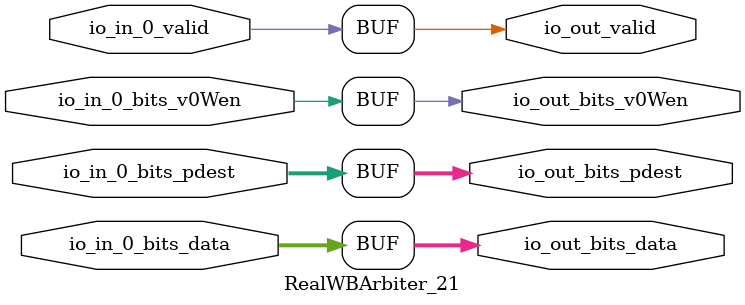
<source format=sv>
`ifndef RANDOMIZE
  `ifdef RANDOMIZE_MEM_INIT
    `define RANDOMIZE
  `endif // RANDOMIZE_MEM_INIT
`endif // not def RANDOMIZE
`ifndef RANDOMIZE
  `ifdef RANDOMIZE_REG_INIT
    `define RANDOMIZE
  `endif // RANDOMIZE_REG_INIT
`endif // not def RANDOMIZE

`ifndef RANDOM
  `define RANDOM $random
`endif // not def RANDOM

// Users can define INIT_RANDOM as general code that gets injected into the
// initializer block for modules with registers.
`ifndef INIT_RANDOM
  `define INIT_RANDOM
`endif // not def INIT_RANDOM

// If using random initialization, you can also define RANDOMIZE_DELAY to
// customize the delay used, otherwise 0.002 is used.
`ifndef RANDOMIZE_DELAY
  `define RANDOMIZE_DELAY 0.002
`endif // not def RANDOMIZE_DELAY

// Define INIT_RANDOM_PROLOG_ for use in our modules below.
`ifndef INIT_RANDOM_PROLOG_
  `ifdef RANDOMIZE
    `ifdef VERILATOR
      `define INIT_RANDOM_PROLOG_ `INIT_RANDOM
    `else  // VERILATOR
      `define INIT_RANDOM_PROLOG_ `INIT_RANDOM #`RANDOMIZE_DELAY begin end
    `endif // VERILATOR
  `else  // RANDOMIZE
    `define INIT_RANDOM_PROLOG_
  `endif // RANDOMIZE
`endif // not def INIT_RANDOM_PROLOG_

// Include register initializers in init blocks unless synthesis is set
`ifndef SYNTHESIS
  `ifndef ENABLE_INITIAL_REG_
    `define ENABLE_INITIAL_REG_
  `endif // not def ENABLE_INITIAL_REG_
`endif // not def SYNTHESIS

// Include rmemory initializers in init blocks unless synthesis is set
`ifndef SYNTHESIS
  `ifndef ENABLE_INITIAL_MEM_
    `define ENABLE_INITIAL_MEM_
  `endif // not def ENABLE_INITIAL_MEM_
`endif // not def SYNTHESIS

module RealWBArbiter_21(
  input          io_in_0_valid,
  input          io_in_0_bits_v0Wen,
  input  [4:0]   io_in_0_bits_pdest,
  input  [127:0] io_in_0_bits_data,
  output         io_out_valid,
  output         io_out_bits_v0Wen,
  output [4:0]   io_out_bits_pdest,
  output [127:0] io_out_bits_data
);

  assign io_out_valid = io_in_0_valid;
  assign io_out_bits_v0Wen = io_in_0_bits_v0Wen;
  assign io_out_bits_pdest = io_in_0_bits_pdest;
  assign io_out_bits_data = io_in_0_bits_data;
endmodule


</source>
